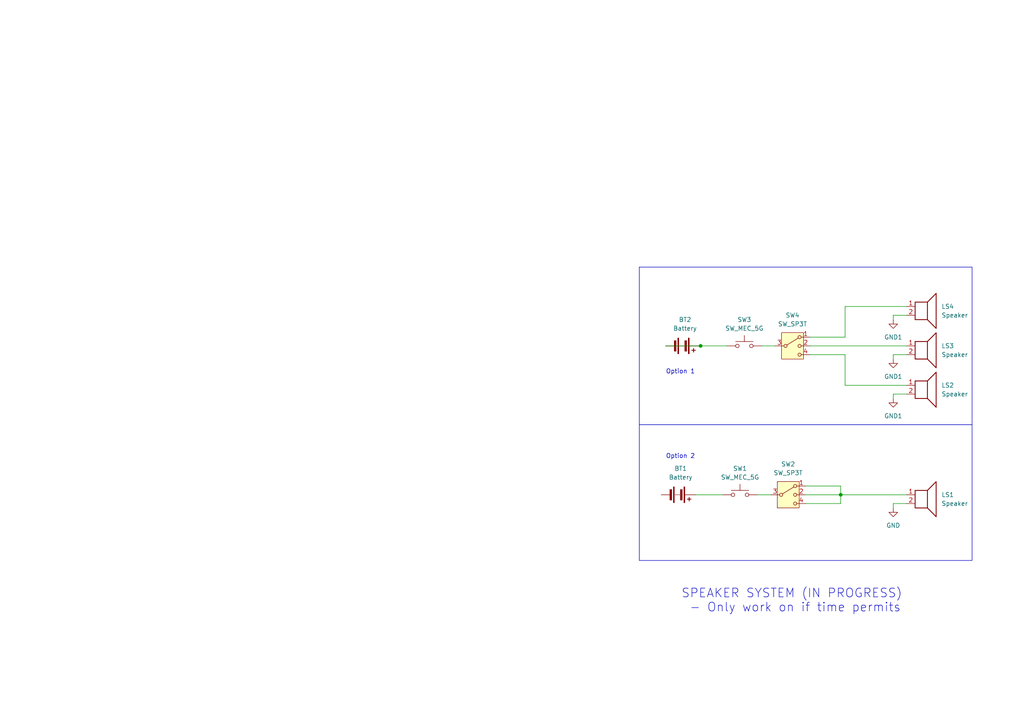
<source format=kicad_sch>
(kicad_sch (version 20231120) (generator "eeschema") (generator_version "8.0")
  (paper "A4")
  (lib_symbols
    (symbol "Device:Battery" (pin_numbers hide) (pin_names (offset 0) hide)
      (property "Reference" "BT" (at 2.54 2.54 0))
      (property "Value" "Battery" (at 2.54 0 0))
      (symbol "Battery_0_1"
        (rectangle (start -2.286 -1.27) (end 2.286 -1.524) (fill (type outline)))
        (rectangle (start -2.286 1.778) (end 2.286 1.524) (fill (type outline)))
        (rectangle (start -1.524 -2.032) (end 1.524 -2.54) (fill (type outline)))
        (rectangle (start -1.524 1.016) (end 1.524 0.508) (fill (type outline)))
        (polyline (pts (xy 0 -1.016) (xy 0 -0.762)))
        (polyline (pts (xy 0 -0.508) (xy 0 -0.254)))
        (polyline (pts (xy 0 0) (xy 0 0.254)))
        (polyline (pts (xy 0 1.778) (xy 0 2.54)))
        (polyline (pts (xy 0.762 3.048) (xy 1.778 3.048)) (stroke (width 0.254)))
        (polyline (pts (xy 1.27 3.556) (xy 1.27 2.54)) (stroke (width 0.254)))
      )
      (symbol "Battery_1_1"
        (pin passive line (at 0 5.08 270) (length 2.54) (name "+") (number "1"))
        (pin passive line (at 0 -5.08 90) (length 2.54) (name "-") (number "2"))
      )
    )
    (symbol "Device:Speaker" (pin_names (offset 0) hide)
      (property "Reference" "LS" (at 1.27 5.715 0))
      (property "Value" "Speaker" (at 1.27 3.81 0))
      (symbol "Speaker_0_0"
        (rectangle (start -2.54 1.27) (end 1.016 -3.81) (stroke (width 0.254)))
        (polyline (pts (xy 1.016 1.27) (xy 3.556 3.81) (xy 3.556 -6.35) (xy 1.016 -3.81)) (stroke (width 0.254)))
      )
      (symbol "Speaker_1_1"
        (pin input line (at -5.08 0 0) (length 2.54) (name "1") (number "1"))
        (pin input line (at -5.08 -2.54 0) (length 2.54) (name "2") (number "2"))
      )
    )
    (symbol "Switch:SW_MEC_5G" (pin_numbers hide) (pin_names (offset 1.016) hide)
      (property "Reference" "SW" (at 1.27 2.54 0))
      (property "Value" "SW_MEC_5G" (at 0 -1.524 0))
      (symbol "SW_MEC_5G_0_1"
        (circle (center -2.032 0) (radius 0.508))
        (polyline (pts (xy 0 1.27) (xy 0 3.048)))
        (polyline (pts (xy 2.54 1.27) (xy -2.54 1.27)))
        (circle (center 2.032 0) (radius 0.508))
        (pin passive line (at -5.08 0 0) (length 2.54) (name "A") (number "1"))
        (pin passive line (at 5.08 0 180) (length 2.54) (name "B") (number "3"))
      )
      (symbol "SW_MEC_5G_1_1"
        (pin passive line (at -5.08 0 0) (length 2.54) hide (name "A") (number "2"))
        (pin passive line (at 5.08 0 180) (length 2.54) hide (name "B") (number "4"))
      )
    )
    (symbol "Switch:SW_SP3T" (pin_names (offset 0) hide)
      (property "Reference" "SW" (at 0 5.08 0))
      (property "Value" "SW_SP3T" (at 0 -5.08 0))
      (symbol "SW_SP3T_0_1"
        (circle (center -2.032 0) (radius 0.4572))
        (polyline (pts (xy -1.651 0.254) (xy 1.651 2.286)))
        (circle (center 2.032 -2.54) (radius 0.4572))
        (circle (center 2.032 0) (radius 0.4572))
        (circle (center 2.032 2.54) (radius 0.4572))
      )
      (symbol "SW_SP3T_1_1"
        (rectangle (start -3.175 3.81) (end 3.175 -3.81) (fill (type background)))
        (pin passive line (at 5.08 2.54 180) (length 2.54) (name "1") (number "1"))
        (pin passive line (at 5.08 0 180) (length 2.54) (name "2") (number "2"))
        (pin passive line (at -5.08 0 0) (length 2.54) (name "3") (number "3"))
        (pin passive line (at 5.08 -2.54 180) (length 2.54) (name "4") (number "4"))
      )
    )
    (symbol "power:GND" (power) (pin_numbers hide) (pin_names (offset 0) hide)
      (property "Value" "GND" (at 0 -3.81 0))
      (symbol "GND_0_1"
        (polyline (pts (xy 0 0) (xy 0 -1.27) (xy 1.27 -1.27) (xy 0 -2.54) (xy -1.27 -1.27) (xy 0 -1.27)))
      )
      (symbol "GND_1_1"
        (pin power_in line (at 0 0 270) (length 0) (name "~") (number "1"))
      )
    )
    (symbol "power:GND1" (power) (pin_numbers hide) (pin_names (offset 0) hide)
      (property "Value" "GND1" (at 0 -3.81 0))
      (symbol "GND1_0_1"
        (polyline (pts (xy 0 0) (xy 0 -1.27) (xy 1.27 -1.27) (xy 0 -2.54) (xy -1.27 -1.27) (xy 0 -1.27)))
      )
      (symbol "GND1_1_1"
        (pin power_in line (at 0 0 270) (length 0) (name "~") (number "1"))
      )
    )
  )
  (junction (at 243.84 143.51))
  (junction (at 203.2 100.33))
  (wire (pts (xy 243.84 146.05) (xy 233.68 146.05)))
  (wire (pts (xy 203.2 100.33) (xy 210.82 100.33)))
  (wire (pts (xy 259.08 146.05) (xy 262.89 146.05)))
  (wire (pts (xy 233.68 140.97) (xy 243.84 140.97)))
  (wire (pts (xy 245.11 111.76) (xy 262.89 111.76)))
  (wire (pts (xy 259.08 102.87) (xy 262.89 102.87)))
  (wire (pts (xy 234.95 100.33) (xy 262.89 100.33)))
  (wire (pts (xy 259.08 92.71) (xy 259.08 91.44)))
  (wire (pts (xy 245.11 102.87) (xy 245.11 111.76)))
  (wire (pts (xy 243.84 143.51) (xy 243.84 146.05)))
  (wire (pts (xy 259.08 104.14) (xy 259.08 102.87)))
  (wire (pts (xy 245.11 88.9) (xy 262.89 88.9)))
  (wire (pts (xy 220.98 100.33) (xy 224.79 100.33)))
  (wire (pts (xy 245.11 97.79) (xy 245.11 88.9)))
  (wire (pts (xy 243.84 143.51) (xy 262.89 143.51)))
  (wire (pts (xy 259.08 147.32) (xy 259.08 146.05)))
  (wire (pts (xy 259.08 115.57) (xy 259.08 114.3)))
  (wire (pts (xy 234.95 97.79) (xy 245.11 97.79)))
  (wire (pts (xy 233.68 143.51) (xy 243.84 143.51)))
  (wire (pts (xy 245.11 102.87) (xy 234.95 102.87)))
  (wire (pts (xy 219.71 143.51) (xy 223.52 143.51)))
  (wire (pts (xy 243.84 140.97) (xy 243.84 143.51)))
  (wire (pts (xy 193.04 100.33) (xy 203.2 100.33)))
  (wire (pts (xy 259.08 91.44) (xy 262.89 91.44)))
  (wire (pts (xy 259.08 114.3) (xy 262.89 114.3)))
  (wire (pts (xy 201.93 143.51) (xy 209.55 143.51)))
  (rectangle (start 185.42 123.19) (end 281.94 162.56))
  (rectangle (start 185.42 77.47) (end 281.94 123.19))
  (text "SPEAKER SYSTEM (IN PROGRESS) \n- Only work on if time permits" (at 230.632 174.244 0) (effects (font (size 2.54 2.54))))
  (text "Option 1\n\n\n\n\n\n\n\n\n\n\n\nOption 2\n" (at 197.358 120.142 0) (effects (font (size 1.27 1.27))))
  (symbol (lib_id "power:GND1") (at 259.08 115.57 0) (unit 1)
    (property "Reference" "#PWR01" (effects (hide yes)))
    (property "Value" "GND1" (at 259.08 120.65 0))
    (property "Description" "Power symbol creates a global label with name \"GND1\" , ground" (effects (hide yes)))
  )
  (symbol (lib_id "power:GND") (at 259.08 147.32 0) (unit 1)
    (property "Reference" "#PWR04" (effects (hide yes)))
    (property "Value" "GND" (at 259.08 152.4 0))
    (property "Description" "Power symbol creates a global label with name \"GND\" , ground" (effects (hide yes)))
  )
  (symbol (lib_id "Switch:SW_SP3T") (at 228.6 143.51 0) (unit 1)
    (property "Reference" "SW2" (at 228.6 134.62 0))
    (property "Value" "SW_SP3T" (at 228.6 137.16 0))
    (property "Description" "Switch, three position, single pole triple throw, 3 position switch, SP3T" (effects (hide yes)))
  )
  (symbol (lib_id "Device:Speaker") (at 267.97 88.9 0) (unit 1)
    (property "Reference" "LS4" (at 273.05 88.8999 0) (effects (justify left)))
    (property "Value" "Speaker" (at 273.05 91.4399 0) (effects (justify left)))
    (property "Description" "Speaker" (effects (hide yes)))
  )
  (symbol (lib_id "Device:Speaker") (at 267.97 100.33 0) (unit 1)
    (property "Reference" "LS3" (at 273.05 100.3299 0) (effects (justify left)))
    (property "Value" "Speaker" (at 273.05 102.8699 0) (effects (justify left)))
    (property "Description" "Speaker" (effects (hide yes)))
  )
  (symbol (lib_id "Switch:SW_MEC_5G") (at 214.63 143.51 0) (unit 1)
    (property "Reference" "SW1" (at 214.63 135.89 0))
    (property "Value" "SW_MEC_5G" (at 214.63 138.43 0))
    (property "Datasheet" "http://www.apem.com/int/index.php?controller=attachment&id_attachment=488" (effects (hide yes)))
    (property "Description" "MEC 5G single pole normally-open tactile switch" (effects (hide yes)))
  )
  (symbol (lib_id "Switch:SW_MEC_5G") (at 215.9 100.33 0) (unit 1)
    (property "Reference" "SW3" (at 215.9 92.71 0))
    (property "Value" "SW_MEC_5G" (at 215.9 95.25 0))
    (property "Datasheet" "http://www.apem.com/int/index.php?controller=attachment&id_attachment=488" (effects (hide yes)))
    (property "Description" "MEC 5G single pole normally-open tactile switch" (effects (hide yes)))
  )
  (symbol (lib_id "Device:Battery") (at 198.12 100.33 270) (unit 1)
    (property "Reference" "BT2" (at 198.6915 92.71 90))
    (property "Value" "Battery" (at 198.6915 95.25 90))
    (property "Description" "Multiple-cell battery" (effects (hide yes)))
  )
  (symbol (lib_id "Device:Battery") (at 196.85 143.51 270) (unit 1)
    (property "Reference" "BT1" (at 197.4215 135.89 90))
    (property "Value" "Battery" (at 197.4215 138.43 90))
    (property "Description" "Multiple-cell battery" (effects (hide yes)))
  )
  (symbol (lib_id "power:GND1") (at 259.08 104.14 0) (unit 1)
    (property "Reference" "#PWR02" (effects (hide yes)))
    (property "Value" "GND1" (at 259.08 109.22 0))
    (property "Description" "Power symbol creates a global label with name \"GND1\" , ground" (effects (hide yes)))
  )
  (symbol (lib_id "Device:Speaker") (at 267.97 111.76 0) (unit 1)
    (property "Reference" "LS2" (at 273.05 111.7599 0) (effects (justify left)))
    (property "Value" "Speaker" (at 273.05 114.2999 0) (effects (justify left)))
    (property "Description" "Speaker" (effects (hide yes)))
  )
  (symbol (lib_id "Device:Speaker") (at 267.97 143.51 0) (unit 1)
    (property "Reference" "LS1" (at 273.05 143.5099 0) (effects (justify left)))
    (property "Value" "Speaker" (at 273.05 146.0499 0) (effects (justify left)))
    (property "Description" "Speaker" (effects (hide yes)))
  )
  (symbol (lib_id "power:GND1") (at 259.08 92.71 0) (unit 1)
    (property "Reference" "#PWR03" (effects (hide yes)))
    (property "Value" "GND1" (at 259.08 97.79 0))
    (property "Description" "Power symbol creates a global label with name \"GND1\" , ground" (effects (hide yes)))
  )
  (symbol (lib_id "Switch:SW_SP3T") (at 229.87 100.33 0) (unit 1)
    (property "Reference" "SW4" (at 229.87 91.44 0))
    (property "Value" "SW_SP3T" (at 229.87 93.98 0))
    (property "Description" "Switch, three position, single pole triple throw, 3 position switch, SP3T" (effects (hide yes)))
  )
)
</source>
